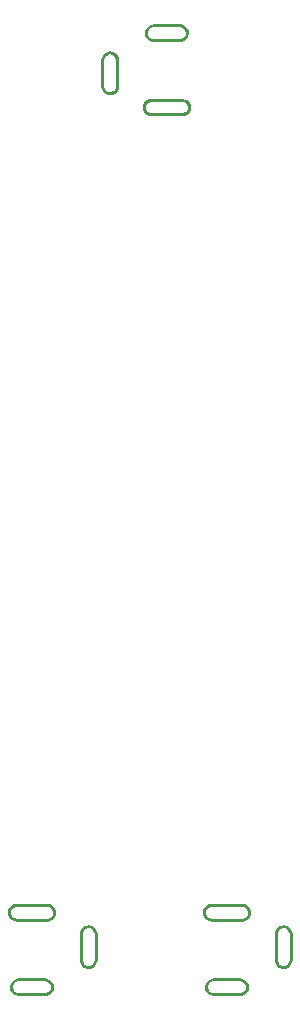
<source format=gbp>
G04 #@! TF.GenerationSoftware,KiCad,Pcbnew,(5.1.10)-1*
G04 #@! TF.CreationDate,2021-11-18T00:00:46-06:00*
G04 #@! TF.ProjectId,Kitty_Cannon_Schematic,4b697474-795f-4436-916e-6e6f6e5f5363,rev?*
G04 #@! TF.SameCoordinates,Original*
G04 #@! TF.FileFunction,Paste,Bot*
G04 #@! TF.FilePolarity,Positive*
%FSLAX46Y46*%
G04 Gerber Fmt 4.6, Leading zero omitted, Abs format (unit mm)*
G04 Created by KiCad (PCBNEW (5.1.10)-1) date 2021-11-18 00:00:46*
%MOMM*%
%LPD*%
G01*
G04 APERTURE LIST*
%ADD10C,0.100000*%
G04 APERTURE END LIST*
D10*
G36*
X147231100Y-65113600D02*
G01*
X147231100Y-65363600D01*
X148331100Y-65363600D01*
X148331099Y-65363600D01*
X148525214Y-65338045D01*
X148706100Y-65263119D01*
X148861430Y-65143931D01*
X148980619Y-64988600D01*
X149081100Y-64613600D01*
X149055544Y-64419486D01*
X148980619Y-64238600D01*
X148861430Y-64083270D01*
X148706100Y-63964081D01*
X148331100Y-63863600D01*
X147231100Y-63863600D01*
X147231100Y-64113600D01*
X148331100Y-64113600D01*
X148485608Y-64138072D01*
X148624993Y-64209092D01*
X148735608Y-64319707D01*
X148831100Y-64613600D01*
X148831100Y-64613599D01*
X148806628Y-64768107D01*
X148735608Y-64907492D01*
X148624993Y-65018107D01*
X148331100Y-65113600D01*
X147231100Y-65113600D01*
G37*
G36*
X147231100Y-64113600D02*
G01*
X147231100Y-63863600D01*
X146131100Y-63863600D01*
X145936986Y-63889156D01*
X145756100Y-63964081D01*
X145600770Y-64083270D01*
X145481581Y-64238600D01*
X145406656Y-64419486D01*
X145381100Y-64613600D01*
X145381100Y-64613599D01*
X145406656Y-64807713D01*
X145481581Y-64988599D01*
X145600770Y-65143929D01*
X145756100Y-65263118D01*
X145936986Y-65338043D01*
X146131100Y-65363600D01*
X147231100Y-65363600D01*
X147231100Y-65113600D01*
X146131100Y-65113600D01*
X146131101Y-65113600D01*
X145976592Y-65089129D01*
X145837208Y-65018109D01*
X145726591Y-64907493D01*
X145655571Y-64768109D01*
X145631100Y-64613600D01*
X145655572Y-64459092D01*
X145726592Y-64319707D01*
X145837207Y-64209092D01*
X146131100Y-64113600D01*
X147231100Y-64113600D01*
G37*
G36*
X142931100Y-68013600D02*
G01*
X143181100Y-68013600D01*
X143181100Y-66913600D01*
X143155544Y-66719486D01*
X143080619Y-66538600D01*
X142961430Y-66383270D01*
X142806100Y-66264081D01*
X142431100Y-66163600D01*
X142236986Y-66189156D01*
X142056100Y-66264081D01*
X141900770Y-66383270D01*
X141781581Y-66538600D01*
X141706656Y-66719486D01*
X141681100Y-66913600D01*
X141681100Y-68013600D01*
X141931100Y-68013600D01*
X141931100Y-66913600D01*
X141955572Y-66759092D01*
X142026592Y-66619707D01*
X142137207Y-66509092D01*
X142431100Y-66413600D01*
X142585608Y-66438072D01*
X142724993Y-66509092D01*
X142835608Y-66619707D01*
X142931100Y-66913600D01*
X142931100Y-68013600D01*
G37*
G36*
X141931100Y-68013600D02*
G01*
X141681100Y-68013600D01*
X141681100Y-69113600D01*
X141706656Y-69307714D01*
X141781581Y-69488600D01*
X141900770Y-69643930D01*
X142056100Y-69763119D01*
X142236986Y-69838044D01*
X142431100Y-69863600D01*
X142625214Y-69838044D01*
X142806100Y-69763119D01*
X142961430Y-69643930D01*
X143080619Y-69488600D01*
X143155544Y-69307714D01*
X143181100Y-69113600D01*
X143181100Y-68013600D01*
X142931100Y-68013600D01*
X142931100Y-69113600D01*
X142906628Y-69268108D01*
X142835608Y-69407493D01*
X142724993Y-69518108D01*
X142431100Y-69613600D01*
X142276592Y-69589128D01*
X142137207Y-69518108D01*
X142026592Y-69407493D01*
X141931100Y-69113600D01*
X141931100Y-68013600D01*
G37*
G36*
X147231100Y-71413600D02*
G01*
X147231100Y-71663600D01*
X148531100Y-71663600D01*
X148725214Y-71638044D01*
X148906100Y-71563119D01*
X149061430Y-71443930D01*
X149180619Y-71288600D01*
X149255544Y-71107714D01*
X149281100Y-70913600D01*
X149255544Y-70719486D01*
X149180619Y-70538600D01*
X149061430Y-70383270D01*
X148906100Y-70264081D01*
X148531100Y-70163600D01*
X147231100Y-70163600D01*
X147231100Y-70413600D01*
X148531100Y-70413600D01*
X148685608Y-70438072D01*
X148824993Y-70509092D01*
X148935608Y-70619707D01*
X149031100Y-70913600D01*
X149006628Y-71068108D01*
X148935608Y-71207493D01*
X148824993Y-71318108D01*
X148531100Y-71413600D01*
X147231100Y-71413600D01*
G37*
G36*
X147231100Y-70413600D02*
G01*
X147231100Y-70163600D01*
X145931100Y-70163600D01*
X145736986Y-70189156D01*
X145556100Y-70264081D01*
X145400770Y-70383270D01*
X145281581Y-70538600D01*
X145206656Y-70719486D01*
X145181100Y-70913600D01*
X145206656Y-71107714D01*
X145281581Y-71288600D01*
X145400770Y-71443930D01*
X145556100Y-71563119D01*
X145736986Y-71638044D01*
X145931100Y-71663600D01*
X147231100Y-71663600D01*
X147231100Y-71413600D01*
X145931100Y-71413600D01*
X145776592Y-71389128D01*
X145637207Y-71318108D01*
X145526592Y-71207493D01*
X145431100Y-70913600D01*
X145455572Y-70759092D01*
X145526592Y-70619707D01*
X145637207Y-70509092D01*
X145931100Y-70413600D01*
X147231100Y-70413600D01*
G37*
G36*
X135801100Y-144893600D02*
G01*
X135801100Y-144643600D01*
X134701100Y-144643600D01*
X134701101Y-144643600D01*
X134506986Y-144669155D01*
X134326100Y-144744081D01*
X134170770Y-144863269D01*
X134051581Y-145018600D01*
X133951100Y-145393600D01*
X133976656Y-145587714D01*
X134051581Y-145768600D01*
X134170770Y-145923930D01*
X134326100Y-146043119D01*
X134701100Y-146143600D01*
X135801100Y-146143600D01*
X135801100Y-145893600D01*
X134701100Y-145893600D01*
X134546592Y-145869128D01*
X134407207Y-145798108D01*
X134296592Y-145687493D01*
X134201100Y-145393600D01*
X134201100Y-145393601D01*
X134225572Y-145239093D01*
X134296592Y-145099708D01*
X134407207Y-144989093D01*
X134701100Y-144893600D01*
X135801100Y-144893600D01*
G37*
G36*
X135801100Y-145893600D02*
G01*
X135801100Y-146143600D01*
X136901100Y-146143600D01*
X137095214Y-146118044D01*
X137276100Y-146043119D01*
X137431430Y-145923930D01*
X137550619Y-145768600D01*
X137625544Y-145587714D01*
X137651100Y-145393600D01*
X137651100Y-145393601D01*
X137625544Y-145199487D01*
X137550619Y-145018601D01*
X137431430Y-144863271D01*
X137276100Y-144744082D01*
X137095214Y-144669157D01*
X136901100Y-144643600D01*
X135801100Y-144643600D01*
X135801100Y-144893600D01*
X136901100Y-144893600D01*
X136901099Y-144893600D01*
X137055608Y-144918071D01*
X137194992Y-144989091D01*
X137305609Y-145099707D01*
X137376629Y-145239091D01*
X137401100Y-145393600D01*
X137376628Y-145548108D01*
X137305608Y-145687493D01*
X137194993Y-145798108D01*
X136901100Y-145893600D01*
X135801100Y-145893600D01*
G37*
G36*
X140101100Y-141993600D02*
G01*
X139851100Y-141993600D01*
X139851100Y-143093600D01*
X139876656Y-143287714D01*
X139951581Y-143468600D01*
X140070770Y-143623930D01*
X140226100Y-143743119D01*
X140601100Y-143843600D01*
X140795214Y-143818044D01*
X140976100Y-143743119D01*
X141131430Y-143623930D01*
X141250619Y-143468600D01*
X141325544Y-143287714D01*
X141351100Y-143093600D01*
X141351100Y-141993600D01*
X141101100Y-141993600D01*
X141101100Y-143093600D01*
X141076628Y-143248108D01*
X141005608Y-143387493D01*
X140894993Y-143498108D01*
X140601100Y-143593600D01*
X140446592Y-143569128D01*
X140307207Y-143498108D01*
X140196592Y-143387493D01*
X140101100Y-143093600D01*
X140101100Y-141993600D01*
G37*
G36*
X141101100Y-141993600D02*
G01*
X141351100Y-141993600D01*
X141351100Y-140893600D01*
X141325544Y-140699486D01*
X141250619Y-140518600D01*
X141131430Y-140363270D01*
X140976100Y-140244081D01*
X140795214Y-140169156D01*
X140601100Y-140143600D01*
X140406986Y-140169156D01*
X140226100Y-140244081D01*
X140070770Y-140363270D01*
X139951581Y-140518600D01*
X139876656Y-140699486D01*
X139851100Y-140893600D01*
X139851100Y-141993600D01*
X140101100Y-141993600D01*
X140101100Y-140893600D01*
X140125572Y-140739092D01*
X140196592Y-140599707D01*
X140307207Y-140489092D01*
X140601100Y-140393600D01*
X140755608Y-140418072D01*
X140894993Y-140489092D01*
X141005608Y-140599707D01*
X141101100Y-140893600D01*
X141101100Y-141993600D01*
G37*
G36*
X135801100Y-138593600D02*
G01*
X135801100Y-138343600D01*
X134501100Y-138343600D01*
X134306986Y-138369156D01*
X134126100Y-138444081D01*
X133970770Y-138563270D01*
X133851581Y-138718600D01*
X133776656Y-138899486D01*
X133751100Y-139093600D01*
X133776656Y-139287714D01*
X133851581Y-139468600D01*
X133970770Y-139623930D01*
X134126100Y-139743119D01*
X134501100Y-139843600D01*
X135801100Y-139843600D01*
X135801100Y-139593600D01*
X134501100Y-139593600D01*
X134346592Y-139569128D01*
X134207207Y-139498108D01*
X134096592Y-139387493D01*
X134001100Y-139093600D01*
X134025572Y-138939092D01*
X134096592Y-138799707D01*
X134207207Y-138689092D01*
X134501100Y-138593600D01*
X135801100Y-138593600D01*
G37*
G36*
X135801100Y-139593600D02*
G01*
X135801100Y-139843600D01*
X137101100Y-139843600D01*
X137295214Y-139818044D01*
X137476100Y-139743119D01*
X137631430Y-139623930D01*
X137750619Y-139468600D01*
X137825544Y-139287714D01*
X137851100Y-139093600D01*
X137825544Y-138899486D01*
X137750619Y-138718600D01*
X137631430Y-138563270D01*
X137476100Y-138444081D01*
X137295214Y-138369156D01*
X137101100Y-138343600D01*
X135801100Y-138343600D01*
X135801100Y-138593600D01*
X137101100Y-138593600D01*
X137255608Y-138618072D01*
X137394993Y-138689092D01*
X137505608Y-138799707D01*
X137601100Y-139093600D01*
X137576628Y-139248108D01*
X137505608Y-139387493D01*
X137394993Y-139498108D01*
X137101100Y-139593600D01*
X135801100Y-139593600D01*
G37*
G36*
X152311100Y-144893600D02*
G01*
X152311100Y-144643600D01*
X151211100Y-144643600D01*
X151211101Y-144643600D01*
X151016986Y-144669155D01*
X150836100Y-144744081D01*
X150680770Y-144863269D01*
X150561581Y-145018600D01*
X150461100Y-145393600D01*
X150486656Y-145587714D01*
X150561581Y-145768600D01*
X150680770Y-145923930D01*
X150836100Y-146043119D01*
X151211100Y-146143600D01*
X152311100Y-146143600D01*
X152311100Y-145893600D01*
X151211100Y-145893600D01*
X151056592Y-145869128D01*
X150917207Y-145798108D01*
X150806592Y-145687493D01*
X150711100Y-145393600D01*
X150711100Y-145393601D01*
X150735572Y-145239093D01*
X150806592Y-145099708D01*
X150917207Y-144989093D01*
X151211100Y-144893600D01*
X152311100Y-144893600D01*
G37*
G36*
X152311100Y-145893600D02*
G01*
X152311100Y-146143600D01*
X153411100Y-146143600D01*
X153605214Y-146118044D01*
X153786100Y-146043119D01*
X153941430Y-145923930D01*
X154060619Y-145768600D01*
X154135544Y-145587714D01*
X154161100Y-145393600D01*
X154161100Y-145393601D01*
X154135544Y-145199487D01*
X154060619Y-145018601D01*
X153941430Y-144863271D01*
X153786100Y-144744082D01*
X153605214Y-144669157D01*
X153411100Y-144643600D01*
X152311100Y-144643600D01*
X152311100Y-144893600D01*
X153411100Y-144893600D01*
X153411099Y-144893600D01*
X153565608Y-144918071D01*
X153704992Y-144989091D01*
X153815609Y-145099707D01*
X153886629Y-145239091D01*
X153911100Y-145393600D01*
X153886628Y-145548108D01*
X153815608Y-145687493D01*
X153704993Y-145798108D01*
X153411100Y-145893600D01*
X152311100Y-145893600D01*
G37*
G36*
X156611100Y-141993600D02*
G01*
X156361100Y-141993600D01*
X156361100Y-143093600D01*
X156386656Y-143287714D01*
X156461581Y-143468600D01*
X156580770Y-143623930D01*
X156736100Y-143743119D01*
X157111100Y-143843600D01*
X157305214Y-143818044D01*
X157486100Y-143743119D01*
X157641430Y-143623930D01*
X157760619Y-143468600D01*
X157835544Y-143287714D01*
X157861100Y-143093600D01*
X157861100Y-141993600D01*
X157611100Y-141993600D01*
X157611100Y-143093600D01*
X157586628Y-143248108D01*
X157515608Y-143387493D01*
X157404993Y-143498108D01*
X157111100Y-143593600D01*
X156956592Y-143569128D01*
X156817207Y-143498108D01*
X156706592Y-143387493D01*
X156611100Y-143093600D01*
X156611100Y-141993600D01*
G37*
G36*
X157611100Y-141993600D02*
G01*
X157861100Y-141993600D01*
X157861100Y-140893600D01*
X157835544Y-140699486D01*
X157760619Y-140518600D01*
X157641430Y-140363270D01*
X157486100Y-140244081D01*
X157305214Y-140169156D01*
X157111100Y-140143600D01*
X156916986Y-140169156D01*
X156736100Y-140244081D01*
X156580770Y-140363270D01*
X156461581Y-140518600D01*
X156386656Y-140699486D01*
X156361100Y-140893600D01*
X156361100Y-141993600D01*
X156611100Y-141993600D01*
X156611100Y-140893600D01*
X156635572Y-140739092D01*
X156706592Y-140599707D01*
X156817207Y-140489092D01*
X157111100Y-140393600D01*
X157265608Y-140418072D01*
X157404993Y-140489092D01*
X157515608Y-140599707D01*
X157611100Y-140893600D01*
X157611100Y-141993600D01*
G37*
G36*
X152311100Y-138593600D02*
G01*
X152311100Y-138343600D01*
X151011100Y-138343600D01*
X150816986Y-138369156D01*
X150636100Y-138444081D01*
X150480770Y-138563270D01*
X150361581Y-138718600D01*
X150286656Y-138899486D01*
X150261100Y-139093600D01*
X150286656Y-139287714D01*
X150361581Y-139468600D01*
X150480770Y-139623930D01*
X150636100Y-139743119D01*
X151011100Y-139843600D01*
X152311100Y-139843600D01*
X152311100Y-139593600D01*
X151011100Y-139593600D01*
X150856592Y-139569128D01*
X150717207Y-139498108D01*
X150606592Y-139387493D01*
X150511100Y-139093600D01*
X150535572Y-138939092D01*
X150606592Y-138799707D01*
X150717207Y-138689092D01*
X151011100Y-138593600D01*
X152311100Y-138593600D01*
G37*
G36*
X152311100Y-139593600D02*
G01*
X152311100Y-139843600D01*
X153611100Y-139843600D01*
X153805214Y-139818044D01*
X153986100Y-139743119D01*
X154141430Y-139623930D01*
X154260619Y-139468600D01*
X154335544Y-139287714D01*
X154361100Y-139093600D01*
X154335544Y-138899486D01*
X154260619Y-138718600D01*
X154141430Y-138563270D01*
X153986100Y-138444081D01*
X153805214Y-138369156D01*
X153611100Y-138343600D01*
X152311100Y-138343600D01*
X152311100Y-138593600D01*
X153611100Y-138593600D01*
X153765608Y-138618072D01*
X153904993Y-138689092D01*
X154015608Y-138799707D01*
X154111100Y-139093600D01*
X154086628Y-139248108D01*
X154015608Y-139387493D01*
X153904993Y-139498108D01*
X153611100Y-139593600D01*
X152311100Y-139593600D01*
G37*
M02*

</source>
